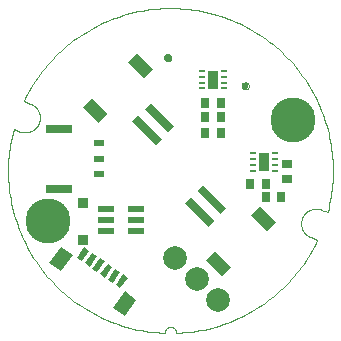
<source format=gbs>
G75*
%MOIN*%
%OFA0B0*%
%FSLAX25Y25*%
%IPPOS*%
%LPD*%
%AMOC8*
5,1,8,0,0,1.08239X$1,22.5*
%
%ADD10C,0.00004*%
%ADD11C,0.00000*%
%ADD12R,0.02756X0.03543*%
%ADD13R,0.03543X0.02362*%
%ADD14R,0.08661X0.02953*%
%ADD15R,0.03543X0.02756*%
%ADD16C,0.07874*%
%ADD17R,0.01969X0.00984*%
%ADD18R,0.03543X0.06299*%
%ADD19R,0.04331X0.07480*%
%ADD20R,0.02756X0.11024*%
%ADD21C,0.14961*%
%ADD22R,0.06693X0.04724*%
%ADD23R,0.01969X0.04331*%
%ADD24C,0.02362*%
%ADD25R,0.05200X0.02000*%
%ADD26R,0.03740X0.03543*%
D10*
X0053807Y0001002D02*
X0053811Y0001089D01*
X0053818Y0001176D01*
X0053829Y0001263D01*
X0053845Y0001349D01*
X0053863Y0001434D01*
X0053886Y0001518D01*
X0053912Y0001602D01*
X0053942Y0001684D01*
X0053976Y0001764D01*
X0054013Y0001843D01*
X0054054Y0001921D01*
X0054098Y0001996D01*
X0054145Y0002069D01*
X0054196Y0002141D01*
X0054249Y0002210D01*
X0054306Y0002276D01*
X0054366Y0002340D01*
X0054428Y0002401D01*
X0054493Y0002459D01*
X0054560Y0002515D01*
X0054630Y0002567D01*
X0054702Y0002617D01*
X0054777Y0002663D01*
X0054853Y0002705D01*
X0054931Y0002744D01*
X0055011Y0002780D01*
X0055092Y0002812D01*
X0055174Y0002841D01*
X0055258Y0002866D01*
X0055343Y0002887D01*
X0055428Y0002904D01*
X0055515Y0002918D01*
X0055602Y0002927D01*
X0055689Y0002933D01*
X0055776Y0002935D01*
X0055863Y0002933D01*
X0055950Y0002927D01*
X0056037Y0002918D01*
X0056124Y0002904D01*
X0056209Y0002887D01*
X0056294Y0002866D01*
X0056378Y0002841D01*
X0056460Y0002812D01*
X0056541Y0002780D01*
X0056621Y0002744D01*
X0056699Y0002705D01*
X0056775Y0002663D01*
X0056850Y0002617D01*
X0056922Y0002567D01*
X0056992Y0002515D01*
X0057059Y0002459D01*
X0057124Y0002401D01*
X0057186Y0002340D01*
X0057246Y0002276D01*
X0057303Y0002210D01*
X0057356Y0002141D01*
X0057407Y0002069D01*
X0057454Y0001996D01*
X0057498Y0001921D01*
X0057539Y0001843D01*
X0057576Y0001764D01*
X0057610Y0001684D01*
X0057640Y0001602D01*
X0057666Y0001518D01*
X0057689Y0001434D01*
X0057707Y0001349D01*
X0057723Y0001263D01*
X0057734Y0001176D01*
X0057741Y0001089D01*
X0057745Y0001002D01*
X0102557Y0032836D02*
X0104751Y0032037D01*
X0102557Y0032836D02*
X0102427Y0032885D01*
X0102298Y0032938D01*
X0102171Y0032995D01*
X0102045Y0033056D01*
X0101922Y0033119D01*
X0101800Y0033187D01*
X0101680Y0033258D01*
X0101562Y0033332D01*
X0101446Y0033409D01*
X0101333Y0033490D01*
X0101221Y0033574D01*
X0101113Y0033661D01*
X0101006Y0033751D01*
X0100903Y0033844D01*
X0100802Y0033940D01*
X0100703Y0034038D01*
X0100608Y0034140D01*
X0100515Y0034244D01*
X0100426Y0034351D01*
X0100339Y0034460D01*
X0100256Y0034571D01*
X0100176Y0034685D01*
X0100099Y0034801D01*
X0100025Y0034920D01*
X0099955Y0035040D01*
X0099888Y0035162D01*
X0099825Y0035286D01*
X0099765Y0035412D01*
X0099709Y0035539D01*
X0099657Y0035668D01*
X0099608Y0035799D01*
X0099563Y0035930D01*
X0099521Y0036063D01*
X0099484Y0036198D01*
X0099450Y0036333D01*
X0099420Y0036469D01*
X0099394Y0036605D01*
X0099372Y0036743D01*
X0099353Y0036881D01*
X0099339Y0037020D01*
X0099328Y0037158D01*
X0099322Y0037298D01*
X0099319Y0037437D01*
X0099320Y0037576D01*
X0099326Y0037715D01*
X0099335Y0037854D01*
X0099348Y0037993D01*
X0099365Y0038131D01*
X0099386Y0038269D01*
X0099411Y0038406D01*
X0099439Y0038542D01*
X0099472Y0038678D01*
X0099508Y0038812D01*
X0099549Y0038945D01*
X0099592Y0039077D01*
X0099640Y0039208D01*
X0099691Y0039338D01*
X0099746Y0039466D01*
X0099805Y0039592D01*
X0099867Y0039717D01*
X0099933Y0039840D01*
X0100002Y0039961D01*
X0100074Y0040080D01*
X0100150Y0040196D01*
X0100229Y0040311D01*
X0100311Y0040423D01*
X0100397Y0040533D01*
X0100485Y0040641D01*
X0100577Y0040746D01*
X0100671Y0040848D01*
X0100769Y0040948D01*
X0100869Y0041045D01*
X0100971Y0041139D01*
X0101077Y0041230D01*
X0101185Y0041318D01*
X0101295Y0041403D01*
X0101408Y0041484D01*
X0101523Y0041563D01*
X0101640Y0041638D01*
X0101759Y0041710D01*
X0101881Y0041779D01*
X0102004Y0041844D01*
X0102129Y0041905D01*
X0102255Y0041963D01*
X0102384Y0042017D01*
X0102513Y0042068D01*
X0102644Y0042115D01*
X0102777Y0042158D01*
X0102910Y0042198D01*
X0103045Y0042234D01*
X0103181Y0042266D01*
X0103317Y0042294D01*
X0103454Y0042318D01*
X0103592Y0042338D01*
X0103730Y0042355D01*
X0103869Y0042367D01*
X0104008Y0042376D01*
X0104147Y0042380D01*
X0104286Y0042381D01*
X0104426Y0042377D01*
X0104565Y0042370D01*
X0104704Y0042359D01*
X0104842Y0042344D01*
X0104980Y0042325D01*
X0105117Y0042302D01*
X0105254Y0042275D01*
X0105390Y0042245D01*
X0105525Y0042210D01*
X0105659Y0042172D01*
X0105792Y0042130D01*
X0105923Y0042084D01*
X0105923Y0042085D02*
X0108117Y0041286D01*
X0053808Y0001002D02*
X0052498Y0001065D01*
X0051190Y0001161D01*
X0049885Y0001287D01*
X0048583Y0001446D01*
X0047286Y0001636D01*
X0045994Y0001857D01*
X0044707Y0002110D01*
X0043427Y0002393D01*
X0042154Y0002708D01*
X0040889Y0003053D01*
X0039633Y0003429D01*
X0038386Y0003835D01*
X0037149Y0004271D01*
X0035924Y0004737D01*
X0034710Y0005233D01*
X0033508Y0005758D01*
X0032320Y0006312D01*
X0031145Y0006894D01*
X0029985Y0007505D01*
X0028840Y0008143D01*
X0027710Y0008810D01*
X0026597Y0009503D01*
X0025501Y0010223D01*
X0024423Y0010969D01*
X0023364Y0011742D01*
X0022323Y0012540D01*
X0021302Y0013362D01*
X0020301Y0014209D01*
X0019321Y0015081D01*
X0018363Y0015975D01*
X0017426Y0016893D01*
X0016512Y0017833D01*
X0015621Y0018795D01*
X0014753Y0019778D01*
X0013910Y0020782D01*
X0013091Y0021806D01*
X0012297Y0022850D01*
X0011529Y0023912D01*
X0010786Y0024993D01*
X0010070Y0026091D01*
X0009381Y0027207D01*
X0008719Y0028339D01*
X0008085Y0029486D01*
X0007479Y0030649D01*
X0006901Y0031826D01*
X0006351Y0033016D01*
X0005831Y0034220D01*
X0005340Y0035436D01*
X0004878Y0036663D01*
X0004447Y0037901D01*
X0004045Y0039150D01*
X0003674Y0040407D01*
X0003334Y0041673D01*
X0003024Y0042947D01*
X0002745Y0044229D01*
X0002497Y0045516D01*
X0002281Y0046809D01*
X0002096Y0048108D01*
X0001942Y0049410D01*
X0001820Y0050715D01*
X0001729Y0052023D01*
X0001671Y0053333D01*
X0001644Y0054644D01*
X0001649Y0055955D01*
X0001685Y0057266D01*
X0001754Y0058576D01*
X0001854Y0059883D01*
X0001985Y0061188D01*
X0002149Y0062489D01*
X0002343Y0063785D01*
X0002569Y0065077D01*
X0002827Y0066363D01*
X0003115Y0067642D01*
X0003434Y0068914D01*
X0005628Y0068115D01*
X0005628Y0068116D02*
X0005759Y0068070D01*
X0005892Y0068028D01*
X0006026Y0067990D01*
X0006161Y0067955D01*
X0006297Y0067925D01*
X0006434Y0067898D01*
X0006571Y0067875D01*
X0006709Y0067856D01*
X0006847Y0067841D01*
X0006986Y0067830D01*
X0007125Y0067823D01*
X0007265Y0067819D01*
X0007404Y0067820D01*
X0007543Y0067824D01*
X0007682Y0067833D01*
X0007821Y0067845D01*
X0007959Y0067862D01*
X0008097Y0067882D01*
X0008234Y0067906D01*
X0008370Y0067934D01*
X0008506Y0067966D01*
X0008641Y0068002D01*
X0008774Y0068042D01*
X0008907Y0068085D01*
X0009038Y0068132D01*
X0009167Y0068183D01*
X0009296Y0068237D01*
X0009422Y0068295D01*
X0009547Y0068356D01*
X0009670Y0068421D01*
X0009792Y0068490D01*
X0009911Y0068562D01*
X0010028Y0068637D01*
X0010143Y0068716D01*
X0010256Y0068797D01*
X0010366Y0068882D01*
X0010474Y0068970D01*
X0010580Y0069061D01*
X0010682Y0069155D01*
X0010782Y0069252D01*
X0010880Y0069352D01*
X0010974Y0069454D01*
X0011066Y0069559D01*
X0011154Y0069667D01*
X0011240Y0069777D01*
X0011322Y0069889D01*
X0011401Y0070004D01*
X0011477Y0070120D01*
X0011549Y0070239D01*
X0011618Y0070360D01*
X0011684Y0070483D01*
X0011746Y0070608D01*
X0011805Y0070734D01*
X0011860Y0070862D01*
X0011911Y0070992D01*
X0011959Y0071123D01*
X0012002Y0071255D01*
X0012043Y0071388D01*
X0012079Y0071522D01*
X0012112Y0071658D01*
X0012140Y0071794D01*
X0012165Y0071931D01*
X0012186Y0072069D01*
X0012203Y0072207D01*
X0012216Y0072346D01*
X0012225Y0072485D01*
X0012231Y0072624D01*
X0012232Y0072763D01*
X0012229Y0072902D01*
X0012223Y0073042D01*
X0012212Y0073180D01*
X0012198Y0073319D01*
X0012179Y0073457D01*
X0012157Y0073595D01*
X0012131Y0073731D01*
X0012101Y0073867D01*
X0012067Y0074002D01*
X0012030Y0074137D01*
X0011988Y0074270D01*
X0011943Y0074401D01*
X0011894Y0074532D01*
X0011842Y0074661D01*
X0011786Y0074788D01*
X0011726Y0074914D01*
X0011663Y0075038D01*
X0011596Y0075160D01*
X0011526Y0075280D01*
X0011452Y0075399D01*
X0011375Y0075515D01*
X0011295Y0075629D01*
X0011212Y0075740D01*
X0011125Y0075849D01*
X0011036Y0075956D01*
X0010943Y0076060D01*
X0010848Y0076162D01*
X0010749Y0076260D01*
X0010648Y0076356D01*
X0010545Y0076449D01*
X0010438Y0076539D01*
X0010330Y0076626D01*
X0010218Y0076710D01*
X0010105Y0076791D01*
X0009989Y0076868D01*
X0009871Y0076942D01*
X0009751Y0077013D01*
X0009629Y0077081D01*
X0009506Y0077144D01*
X0009380Y0077205D01*
X0009253Y0077262D01*
X0009124Y0077315D01*
X0008994Y0077364D01*
X0006800Y0078163D01*
X0007379Y0079354D01*
X0007986Y0080530D01*
X0008623Y0081691D01*
X0009287Y0082837D01*
X0009979Y0083965D01*
X0010699Y0085077D01*
X0011445Y0086170D01*
X0012219Y0087245D01*
X0013018Y0088301D01*
X0013843Y0089337D01*
X0014692Y0090352D01*
X0015567Y0091346D01*
X0016465Y0092319D01*
X0017387Y0093269D01*
X0018332Y0094196D01*
X0019299Y0095100D01*
X0020289Y0095981D01*
X0021299Y0096836D01*
X0022330Y0097667D01*
X0023381Y0098472D01*
X0024451Y0099251D01*
X0025541Y0100004D01*
X0026648Y0100730D01*
X0027773Y0101429D01*
X0028914Y0102100D01*
X0030071Y0102743D01*
X0031244Y0103357D01*
X0032432Y0103943D01*
X0033633Y0104499D01*
X0034848Y0105026D01*
X0036075Y0105523D01*
X0037314Y0105990D01*
X0038564Y0106426D01*
X0039825Y0106832D01*
X0041095Y0107206D01*
X0042373Y0107550D01*
X0043660Y0107862D01*
X0044954Y0108142D01*
X0046255Y0108391D01*
X0047561Y0108608D01*
X0048872Y0108793D01*
X0050187Y0108946D01*
X0051506Y0109066D01*
X0052827Y0109155D01*
X0054149Y0109211D01*
X0055473Y0109234D01*
X0056797Y0109225D01*
X0058121Y0109184D01*
X0059443Y0109111D01*
X0060763Y0109005D01*
X0062079Y0108867D01*
X0063392Y0108697D01*
X0064701Y0108494D01*
X0066004Y0108260D01*
X0067301Y0107994D01*
X0068591Y0107696D01*
X0069874Y0107367D01*
X0071148Y0107007D01*
X0072413Y0106615D01*
X0073667Y0106193D01*
X0074912Y0105740D01*
X0076144Y0105257D01*
X0077365Y0104744D01*
X0078573Y0104201D01*
X0079767Y0103629D01*
X0080946Y0103028D01*
X0082111Y0102398D01*
X0083260Y0101739D01*
X0084392Y0101053D01*
X0085507Y0100340D01*
X0086605Y0099599D01*
X0087684Y0098832D01*
X0088744Y0098038D01*
X0089784Y0097219D01*
X0090804Y0096375D01*
X0091803Y0095506D01*
X0092780Y0094613D01*
X0093736Y0093696D01*
X0094668Y0092756D01*
X0095577Y0091793D01*
X0096463Y0090809D01*
X0097324Y0089803D01*
X0098160Y0088777D01*
X0098971Y0087730D01*
X0099756Y0086664D01*
X0100515Y0085579D01*
X0101247Y0084476D01*
X0101952Y0083355D01*
X0102629Y0082217D01*
X0103278Y0081063D01*
X0103899Y0079894D01*
X0104491Y0078709D01*
X0105054Y0077511D01*
X0105587Y0076299D01*
X0106091Y0075074D01*
X0106564Y0073838D01*
X0107007Y0072590D01*
X0107419Y0071332D01*
X0107801Y0070064D01*
X0108151Y0068787D01*
X0108470Y0067502D01*
X0108758Y0066210D01*
X0109014Y0064911D01*
X0109238Y0063606D01*
X0109430Y0062296D01*
X0109590Y0060981D01*
X0109717Y0059663D01*
X0109813Y0058343D01*
X0109876Y0057020D01*
X0109907Y0055697D01*
X0109905Y0054373D01*
X0109871Y0053049D01*
X0109805Y0051727D01*
X0109706Y0050406D01*
X0109575Y0049089D01*
X0109412Y0047775D01*
X0109217Y0046465D01*
X0108990Y0045161D01*
X0108731Y0043862D01*
X0108440Y0042571D01*
X0108118Y0041286D01*
D11*
X0079527Y0083310D02*
X0079529Y0083379D01*
X0079535Y0083447D01*
X0079545Y0083515D01*
X0079559Y0083582D01*
X0079577Y0083649D01*
X0079598Y0083714D01*
X0079624Y0083778D01*
X0079653Y0083840D01*
X0079685Y0083900D01*
X0079721Y0083959D01*
X0079761Y0084015D01*
X0079803Y0084069D01*
X0079849Y0084120D01*
X0079898Y0084169D01*
X0079949Y0084215D01*
X0080003Y0084257D01*
X0080059Y0084297D01*
X0080117Y0084333D01*
X0080178Y0084365D01*
X0080240Y0084394D01*
X0080304Y0084420D01*
X0080369Y0084441D01*
X0080436Y0084459D01*
X0080503Y0084473D01*
X0080571Y0084483D01*
X0080639Y0084489D01*
X0080708Y0084491D01*
X0080777Y0084489D01*
X0080845Y0084483D01*
X0080913Y0084473D01*
X0080980Y0084459D01*
X0081047Y0084441D01*
X0081112Y0084420D01*
X0081176Y0084394D01*
X0081238Y0084365D01*
X0081298Y0084333D01*
X0081357Y0084297D01*
X0081413Y0084257D01*
X0081467Y0084215D01*
X0081518Y0084169D01*
X0081567Y0084120D01*
X0081613Y0084069D01*
X0081655Y0084015D01*
X0081695Y0083959D01*
X0081731Y0083900D01*
X0081763Y0083840D01*
X0081792Y0083778D01*
X0081818Y0083714D01*
X0081839Y0083649D01*
X0081857Y0083582D01*
X0081871Y0083515D01*
X0081881Y0083447D01*
X0081887Y0083379D01*
X0081889Y0083310D01*
X0081887Y0083241D01*
X0081881Y0083173D01*
X0081871Y0083105D01*
X0081857Y0083038D01*
X0081839Y0082971D01*
X0081818Y0082906D01*
X0081792Y0082842D01*
X0081763Y0082780D01*
X0081731Y0082719D01*
X0081695Y0082661D01*
X0081655Y0082605D01*
X0081613Y0082551D01*
X0081567Y0082500D01*
X0081518Y0082451D01*
X0081467Y0082405D01*
X0081413Y0082363D01*
X0081357Y0082323D01*
X0081299Y0082287D01*
X0081238Y0082255D01*
X0081176Y0082226D01*
X0081112Y0082200D01*
X0081047Y0082179D01*
X0080980Y0082161D01*
X0080913Y0082147D01*
X0080845Y0082137D01*
X0080777Y0082131D01*
X0080708Y0082129D01*
X0080639Y0082131D01*
X0080571Y0082137D01*
X0080503Y0082147D01*
X0080436Y0082161D01*
X0080369Y0082179D01*
X0080304Y0082200D01*
X0080240Y0082226D01*
X0080178Y0082255D01*
X0080117Y0082287D01*
X0080059Y0082323D01*
X0080003Y0082363D01*
X0079949Y0082405D01*
X0079898Y0082451D01*
X0079849Y0082500D01*
X0079803Y0082551D01*
X0079761Y0082605D01*
X0079721Y0082661D01*
X0079685Y0082719D01*
X0079653Y0082780D01*
X0079624Y0082842D01*
X0079598Y0082906D01*
X0079577Y0082971D01*
X0079559Y0083038D01*
X0079545Y0083105D01*
X0079535Y0083173D01*
X0079529Y0083241D01*
X0079527Y0083310D01*
X0053630Y0092736D02*
X0053632Y0092805D01*
X0053638Y0092873D01*
X0053648Y0092941D01*
X0053662Y0093008D01*
X0053680Y0093075D01*
X0053701Y0093140D01*
X0053727Y0093204D01*
X0053756Y0093266D01*
X0053788Y0093326D01*
X0053824Y0093385D01*
X0053864Y0093441D01*
X0053906Y0093495D01*
X0053952Y0093546D01*
X0054001Y0093595D01*
X0054052Y0093641D01*
X0054106Y0093683D01*
X0054162Y0093723D01*
X0054220Y0093759D01*
X0054281Y0093791D01*
X0054343Y0093820D01*
X0054407Y0093846D01*
X0054472Y0093867D01*
X0054539Y0093885D01*
X0054606Y0093899D01*
X0054674Y0093909D01*
X0054742Y0093915D01*
X0054811Y0093917D01*
X0054880Y0093915D01*
X0054948Y0093909D01*
X0055016Y0093899D01*
X0055083Y0093885D01*
X0055150Y0093867D01*
X0055215Y0093846D01*
X0055279Y0093820D01*
X0055341Y0093791D01*
X0055401Y0093759D01*
X0055460Y0093723D01*
X0055516Y0093683D01*
X0055570Y0093641D01*
X0055621Y0093595D01*
X0055670Y0093546D01*
X0055716Y0093495D01*
X0055758Y0093441D01*
X0055798Y0093385D01*
X0055834Y0093326D01*
X0055866Y0093266D01*
X0055895Y0093204D01*
X0055921Y0093140D01*
X0055942Y0093075D01*
X0055960Y0093008D01*
X0055974Y0092941D01*
X0055984Y0092873D01*
X0055990Y0092805D01*
X0055992Y0092736D01*
X0055990Y0092667D01*
X0055984Y0092599D01*
X0055974Y0092531D01*
X0055960Y0092464D01*
X0055942Y0092397D01*
X0055921Y0092332D01*
X0055895Y0092268D01*
X0055866Y0092206D01*
X0055834Y0092145D01*
X0055798Y0092087D01*
X0055758Y0092031D01*
X0055716Y0091977D01*
X0055670Y0091926D01*
X0055621Y0091877D01*
X0055570Y0091831D01*
X0055516Y0091789D01*
X0055460Y0091749D01*
X0055402Y0091713D01*
X0055341Y0091681D01*
X0055279Y0091652D01*
X0055215Y0091626D01*
X0055150Y0091605D01*
X0055083Y0091587D01*
X0055016Y0091573D01*
X0054948Y0091563D01*
X0054880Y0091557D01*
X0054811Y0091555D01*
X0054742Y0091557D01*
X0054674Y0091563D01*
X0054606Y0091573D01*
X0054539Y0091587D01*
X0054472Y0091605D01*
X0054407Y0091626D01*
X0054343Y0091652D01*
X0054281Y0091681D01*
X0054220Y0091713D01*
X0054162Y0091749D01*
X0054106Y0091789D01*
X0054052Y0091831D01*
X0054001Y0091877D01*
X0053952Y0091926D01*
X0053906Y0091977D01*
X0053864Y0092031D01*
X0053824Y0092087D01*
X0053788Y0092145D01*
X0053756Y0092206D01*
X0053727Y0092268D01*
X0053701Y0092332D01*
X0053680Y0092397D01*
X0053662Y0092464D01*
X0053648Y0092531D01*
X0053638Y0092599D01*
X0053632Y0092667D01*
X0053630Y0092736D01*
X0104750Y0032037D02*
X0104175Y0030853D01*
X0103571Y0029683D01*
X0102939Y0028529D01*
X0102279Y0027390D01*
X0101591Y0026267D01*
X0100877Y0025161D01*
X0100136Y0024074D01*
X0099368Y0023004D01*
X0098575Y0021954D01*
X0097756Y0020923D01*
X0096913Y0019912D01*
X0096045Y0018922D01*
X0095153Y0017954D01*
X0094238Y0017007D01*
X0093301Y0016083D01*
X0092341Y0015182D01*
X0091359Y0014305D01*
X0090357Y0013452D01*
X0089334Y0012623D01*
X0088291Y0011820D01*
X0087229Y0011042D01*
X0086148Y0010290D01*
X0085050Y0009565D01*
X0083934Y0008866D01*
X0082801Y0008195D01*
X0081653Y0007552D01*
X0080489Y0006937D01*
X0079311Y0006350D01*
X0078118Y0005792D01*
X0076913Y0005263D01*
X0075695Y0004764D01*
X0074465Y0004295D01*
X0073224Y0003855D01*
X0071973Y0003446D01*
X0070712Y0003068D01*
X0069442Y0002720D01*
X0068165Y0002403D01*
X0066880Y0002117D01*
X0065588Y0001863D01*
X0064291Y0001640D01*
X0062988Y0001449D01*
X0061681Y0001289D01*
X0060371Y0001161D01*
X0059058Y0001066D01*
X0057743Y0001002D01*
D12*
X0087469Y0046439D03*
X0087469Y0050769D03*
X0082350Y0050769D03*
X0092587Y0046439D03*
X0072508Y0067698D03*
X0072508Y0072817D03*
X0072508Y0077541D03*
X0067390Y0077541D03*
X0067390Y0072817D03*
X0067390Y0067698D03*
D13*
X0031957Y0064155D03*
X0031957Y0059037D03*
X0031957Y0053919D03*
D14*
X0018571Y0049096D03*
X0018571Y0068978D03*
D15*
X0094752Y0057265D03*
X0094752Y0052147D03*
D16*
X0064437Y0018880D03*
X0071508Y0011809D03*
X0057366Y0025951D03*
D17*
X0083138Y0054903D03*
X0083138Y0056872D03*
X0083138Y0058840D03*
X0083138Y0060809D03*
X0090618Y0060809D03*
X0090618Y0058840D03*
X0090618Y0056872D03*
X0090618Y0054903D03*
X0073689Y0082462D03*
X0073689Y0084431D03*
X0073689Y0086399D03*
X0073689Y0088368D03*
X0066209Y0088368D03*
X0066209Y0086399D03*
X0066209Y0084431D03*
X0066209Y0082462D03*
D18*
X0069949Y0085415D03*
X0086878Y0057856D03*
D19*
G36*
X0090990Y0037981D02*
X0087928Y0034919D01*
X0082640Y0040207D01*
X0085702Y0043269D01*
X0090990Y0037981D01*
G37*
G36*
X0075957Y0022948D02*
X0072895Y0019886D01*
X0067607Y0025174D01*
X0070669Y0028236D01*
X0075957Y0022948D01*
G37*
G36*
X0026467Y0076156D02*
X0029529Y0079218D01*
X0034817Y0073930D01*
X0031755Y0070868D01*
X0026467Y0076156D01*
G37*
G36*
X0041500Y0091189D02*
X0044562Y0094251D01*
X0049850Y0088963D01*
X0046788Y0085901D01*
X0041500Y0091189D01*
G37*
D20*
G36*
X0047207Y0075739D02*
X0049155Y0077687D01*
X0056949Y0069893D01*
X0055001Y0067945D01*
X0047207Y0075739D01*
G37*
G36*
X0043031Y0071563D02*
X0044979Y0073511D01*
X0052773Y0065717D01*
X0050825Y0063769D01*
X0043031Y0071563D01*
G37*
G36*
X0074425Y0042574D02*
X0072477Y0040626D01*
X0064683Y0048420D01*
X0066631Y0050368D01*
X0074425Y0042574D01*
G37*
G36*
X0070250Y0038398D02*
X0068302Y0036450D01*
X0060508Y0044244D01*
X0062456Y0046192D01*
X0070250Y0038398D01*
G37*
D21*
X0096695Y0072050D03*
X0014856Y0038150D03*
D22*
G36*
X0015423Y0024240D02*
X0019262Y0029721D01*
X0023131Y0027012D01*
X0019292Y0021531D01*
X0015423Y0024240D01*
G37*
G36*
X0036708Y0009336D02*
X0040547Y0014817D01*
X0044416Y0012108D01*
X0040577Y0006627D01*
X0036708Y0009336D01*
G37*
D23*
G36*
X0039966Y0020509D02*
X0041578Y0019381D01*
X0039096Y0015835D01*
X0037484Y0016963D01*
X0039966Y0020509D01*
G37*
G36*
X0037386Y0022316D02*
X0038998Y0021188D01*
X0036516Y0017642D01*
X0034904Y0018770D01*
X0037386Y0022316D01*
G37*
G36*
X0034806Y0024122D02*
X0036418Y0022994D01*
X0033936Y0019448D01*
X0032324Y0020576D01*
X0034806Y0024122D01*
G37*
G36*
X0032226Y0025929D02*
X0033838Y0024801D01*
X0031356Y0021255D01*
X0029744Y0022383D01*
X0032226Y0025929D01*
G37*
G36*
X0029646Y0027736D02*
X0031258Y0026608D01*
X0028776Y0023062D01*
X0027164Y0024190D01*
X0029646Y0027736D01*
G37*
G36*
X0027066Y0029542D02*
X0028678Y0028414D01*
X0026196Y0024868D01*
X0024584Y0025996D01*
X0027066Y0029542D01*
G37*
D24*
X0080708Y0083310D03*
X0054811Y0092736D03*
D25*
X0044340Y0042305D03*
X0044340Y0038565D03*
X0044340Y0034824D03*
X0034140Y0034824D03*
X0034140Y0038565D03*
X0034140Y0042305D03*
D26*
X0026642Y0044372D03*
X0026642Y0031970D03*
M02*

</source>
